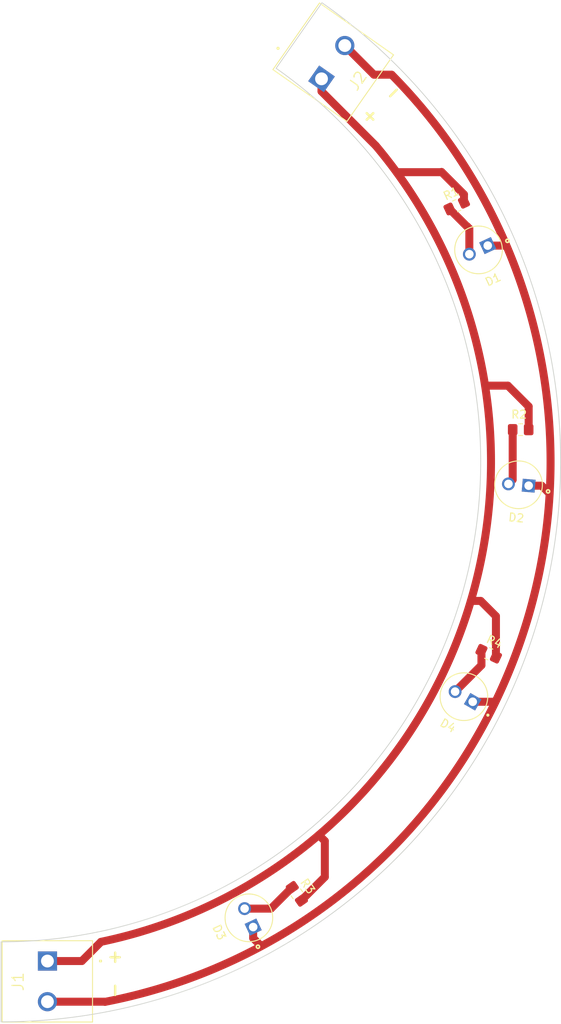
<source format=kicad_pcb>
(kicad_pcb (version 20221018) (generator pcbnew)
  (layers (0 "F.Cu" signal) (31 "B.Cu" signal) (34 "B.Paste" user) (35 "F.Paste" user) (36 "B.SilkS" user "B.Silkscreen") (37 "F.SilkS" user "F.Silkscreen") (38 "B.Mask" user) (39 "F.Mask" user) (44 "Edge.Cuts" user))
  (net 0 "")
  (net 1 "Net-(D1-PadA)")
  (net 2 "Net-(D2-PadA)")
  (net 3 "Net-(D3-PadA)")
  (net 4 "Net-(D4-PadA)")
  (net 5 "Net-(J1-Pad1)")
  (net 6 "GND")
  (footprint "camtrap-led:LEDRD254W55D595H900" (layer "F.Cu") (at 81 157 115)
    (fp_text reference "D3" (at -0.075 -4.135 115) (layer "F.SilkS"))
    (fp_text value "TSHG6400" hide)
    (fp_circle (center -3.75 -0.5) (end -3.65 -0.5) (stroke (width 0.2)) (fill none) (layer "F.SilkS"))
    (fp_circle (center 0 0) (end 2.98 0) (stroke (width 0.127)) (fill none) (layer "F.SilkS"))
    (pad "A" thru_hole circle (at 1.27 0 115) (size 1.61 1.61) (drill 1.07) (layers "*.Cu" "*.Mask") (net 3 "Net-(D3-PadA)"))
    (pad "C" thru_hole rect (at -1.27 0 115) (size 1.61 1.61) (drill 1.07) (layers "*.Cu" "*.Mask") (net 6 "GND"))
  )
  (footprint "camtrap-led:CUI_TB010-508-02BE" (layer "F.Cu") (at 55.8 162.4 -90)
    (fp_text reference "J1" (at 2.58 3.68 90) (layer "F.SilkS") (effects (font (size 1.4 1.4))))
    (fp_text value "TB010-508-02BE" hide)
    (fp_line (start -2.54 -5.64) (end 7.62 -5.64) (stroke (width 0.127)) (layer "F.SilkS"))
    (fp_line (start -2.54 5.66) (end -2.54 -5.64) (stroke (width 0.127)) (layer "F.SilkS"))
    (fp_line (start 7.62 -5.64) (end 7.62 5.66) (stroke (width 0.127)) (layer "F.SilkS"))
    (fp_line (start 7.62 5.66) (end -2.54 5.66) (stroke (width 0.127)) (layer "F.SilkS"))
    (fp_circle (center 0 -6.64) (end 0.1 -6.64) (stroke (width 0.2)) (fill none) (layer "F.SilkS"))
    (pad "1" thru_hole rect (at 0 0 270) (size 2.4 2.4) (drill 1.6) (layers "*.Cu" "*.Mask") (net 5 "Net-(J1-Pad1)"))
    (pad "2" thru_hole circle (at 5.08 0 270) (size 2.4 2.4) (drill 1.6) (layers "*.Cu" "*.Mask") (net 6 "GND"))
  )
  (footprint "camtrap-led:CUI_TB010-508-02BE" (layer "F.Cu") (at 90.086232 52.161292 55)
    (fp_text reference "J2" (at 2.393453 3.83438 55) (layer "F.SilkS") (effects (font (size 1.4 1.4))))
    (fp_text value "TB010-508-02BE" hide)
    (fp_line (start -2.54 -5.64) (end 7.62 -5.64) (stroke (width 0.127)) (layer "F.SilkS"))
    (fp_line (start -2.54 5.66) (end -2.54 -5.64) (stroke (width 0.127)) (layer "F.SilkS"))
    (fp_line (start 7.62 -5.64) (end 7.62 5.66) (stroke (width 0.127)) (layer "F.SilkS"))
    (fp_line (start 7.62 5.66) (end -2.54 5.66) (stroke (width 0.127)) (layer "F.SilkS"))
    (fp_circle (center 0 -6.64) (end 0.1 -6.64) (stroke (width 0.2)) (fill none) (layer "F.SilkS"))
    (pad "1" thru_hole rect (at 0 0 55) (size 2.4 2.4) (drill 1.6) (layers "*.Cu" "*.Mask") (net 5 "Net-(J1-Pad1)"))
    (pad "2" thru_hole circle (at 5.08 0 55) (size 2.4 2.4) (drill 1.6) (layers "*.Cu" "*.Mask") (net 6 "GND"))
  )
  (footprint "Resistor_SMD:R_0805_2012Metric_Pad1.20x1.40mm_HandSolder" (layer "F.Cu") (at 87 154 -55)
    (fp_text reference "R3" (at 0 -1.65 125) (layer "F.SilkS"))
    (fp_text value "R")
    (fp_line (start -0.227064 -0.735) (end 0.227064 -0.735) (stroke (width 0.12)) (layer "F.SilkS"))
    (fp_line (start -0.227064 0.735) (end 0.227064 0.735) (stroke (width 0.12)) (layer "F.SilkS"))
    (pad "1" smd roundrect (at -1 0 305) (size 1.2 1.4) (layers "F.Cu" "F.Paste" "F.Mask") (roundrect_rratio 0.2083333333) (net 3 "Net-(D3-PadA)"))
    (pad "2" smd roundrect (at 1 0 305) (size 1.2 1.4) (layers "F.Cu" "F.Paste" "F.Mask") (roundrect_rratio 0.2083333333) (net 5 "Net-(J1-Pad1)"))
  )
  (footprint "camtrap-led:LEDRD254W55D595H900" (layer "F.Cu") (at 114.734833 102.889312 175)
    (fp_text reference "D2" (at -0.075 -4.135 175) (layer "F.SilkS"))
    (fp_text value "TSHG6400" hide)
    (fp_circle (center -3.75 -0.5) (end -3.65 -0.5) (stroke (width 0.2)) (fill none) (layer "F.SilkS"))
    (fp_circle (center 0 0) (end 2.98 0) (stroke (width 0.127)) (fill none) (layer "F.SilkS"))
    (pad "A" thru_hole circle (at 1.27 0 175) (size 1.61 1.61) (drill 1.07) (layers "*.Cu" "*.Mask") (net 2 "Net-(D2-PadA)"))
    (pad "C" thru_hole rect (at -1.27 0 175) (size 1.61 1.61) (drill 1.07) (layers "*.Cu" "*.Mask") (net 6 "GND"))
  )
  (footprint "Resistor_SMD:R_0805_2012Metric_Pad1.20x1.40mm_HandSolder" (layer "F.Cu") (at 107 68 25)
    (fp_text reference "R1" (at 0 -1.65 25) (layer "F.SilkS"))
    (fp_text value "R")
    (fp_line (start -0.227064 -0.735) (end 0.227064 -0.735) (stroke (width 0.12)) (layer "F.SilkS"))
    (fp_line (start -0.227064 0.735) (end 0.227064 0.735) (stroke (width 0.12)) (layer "F.SilkS"))
    (pad "1" smd roundrect (at -1 0 25) (size 1.2 1.4) (layers "F.Cu" "F.Paste" "F.Mask") (roundrect_rratio 0.2083333333) (net 1 "Net-(D1-PadA)"))
    (pad "2" smd roundrect (at 1 0 25) (size 1.2 1.4) (layers "F.Cu" "F.Paste" "F.Mask") (roundrect_rratio 0.2083333333) (net 5 "Net-(J1-Pad1)"))
  )
  (footprint "camtrap-led:LEDRD254W55D595H900" (layer "F.Cu") (at 107.900148 129.365 150)
    (fp_text reference "D4" (at -0.075 -4.135 150) (layer "F.SilkS"))
    (fp_text value "TSHG6400" hide)
    (fp_circle (center -3.75 -0.5) (end -3.65 -0.5) (stroke (width 0.2)) (fill none) (layer "F.SilkS"))
    (fp_circle (center 0 0) (end 2.98 0) (stroke (width 0.127)) (fill none) (layer "F.SilkS"))
    (pad "A" thru_hole circle (at 1.27 0 150) (size 1.61 1.61) (drill 1.07) (layers "*.Cu" "*.Mask") (net 4 "Net-(D4-PadA)"))
    (pad "C" thru_hole rect (at -1.27 0 150) (size 1.61 1.61) (drill 1.07) (layers "*.Cu" "*.Mask") (net 6 "GND"))
  )
  (footprint "camtrap-led:LEDRD254W55D595H900" (layer "F.Cu") (at 109.73 73.536725 -155)
    (fp_text reference "D1" (at -0.075 -4.135 25) (layer "F.SilkS"))
    (fp_text value "TSHG6400" hide)
    (fp_circle (center -3.75 -0.5) (end -3.65 -0.5) (stroke (width 0.2)) (fill none) (layer "F.SilkS"))
    (fp_circle (center 0 0) (end 2.98 0) (stroke (width 0.127)) (fill none) (layer "F.SilkS"))
    (pad "A" thru_hole circle (at 1.27 0 205) (size 1.61 1.61) (drill 1.07) (layers "*.Cu" "*.Mask") (net 1 "Net-(D1-PadA)"))
    (pad "C" thru_hole rect (at -1.27 0 205) (size 1.61 1.61) (drill 1.07) (layers "*.Cu" "*.Mask") (net 6 "GND"))
  )
  (footprint "Resistor_SMD:R_0805_2012Metric_Pad1.20x1.40mm_HandSolder" (layer "F.Cu") (at 111 124 -25)
    (fp_text reference "R4" (at 0 -1.65 155) (layer "F.SilkS"))
    (fp_text value "R")
    (fp_line (start -0.227064 -0.735) (end 0.227064 -0.735) (stroke (width 0.12)) (layer "F.SilkS"))
    (fp_line (start -0.227064 0.735) (end 0.227064 0.735) (stroke (width 0.12)) (layer "F.SilkS"))
    (pad "1" smd roundrect (at -1 0 335) (size 1.2 1.4) (layers "F.Cu" "F.Paste" "F.Mask") (roundrect_rratio 0.2083333333) (net 4 "Net-(D4-PadA)"))
    (pad "2" smd roundrect (at 1 0 335) (size 1.2 1.4) (layers "F.Cu" "F.Paste" "F.Mask") (roundrect_rratio 0.2083333333) (net 5 "Net-(J1-Pad1)"))
  )
  (footprint "Resistor_SMD:R_0805_2012Metric_Pad1.20x1.40mm_HandSolder" (layer "F.Cu") (at 115 96)
    (fp_text reference "R2" (at -0.2 -1.9) (layer "F.SilkS"))
    (fp_text value "R")
    (fp_line (start -0.227064 -0.735) (end 0.227064 -0.735) (stroke (width 0.12)) (layer "F.SilkS"))
    (fp_line (start -0.227064 0.735) (end 0.227064 0.735) (stroke (width 0.12)) (layer "F.SilkS"))
    (pad "1" smd roundrect (at -1 0) (size 1.2 1.4) (layers "F.Cu" "F.Paste" "F.Mask") (roundrect_rratio 0.2083333333) (net 2 "Net-(D2-PadA)"))
    (pad "2" smd roundrect (at 1 0) (size 1.2 1.4) (layers "F.Cu" "F.Paste" "F.Mask") (roundrect_rratio 0.2083333333) (net 5 "Net-(J1-Pad1)"))
  )
  (gr_arc (start 84.407741 50.846085) (mid 107.224273 118.038363) (end 50 160) (stroke (width 0.1)) (layer "Edge.Cuts"))
  (gr_line (start 50 160) (end 50 170) (stroke (width 0.1)) (layer "Edge.Cuts"))
  (gr_arc (start 90.142364 42.653766) (mid 116.761652 121.044757) (end 50 170) (stroke (width 0.1)) (layer "Edge.Cuts"))
  (gr_line (start 84.407741 50.846085) (end 90.142364 42.653766) (stroke (width 0.1)) (layer "Edge.Cuts"))
  (gr_text "+  -" (at 63.5 160.8 -90) (layer "F.SilkS") (effects (font (size 1.5 1.5) (thickness 0.3) bold) (justify left bottom)))
  (gr_text "+  -" (at 95.9 58.2 45) (layer "F.SilkS") (effects (font (size 1.5 1.5) (thickness 0.3) bold) (justify left bottom)))
  (segment (start 106.093692 68.422618) (end 108.271074 70.6) (width 1) (layer "F.Cu") (net 1))
  (segment (start 108.271074 70.6) (end 108.3 70.6) (width 1) (layer "F.Cu") (net 1))
  (segment (start 108.3 70.6) (end 108.578989 70.878989) (width 1) (layer "F.Cu") (net 1))
  (segment (start 108.578989 70.878989) (end 108.578989 74.07345) (width 1) (layer "F.Cu") (net 1))
  (segment (start 114 96) (end 114 102.24829) (width 1) (layer "F.Cu") (net 2))
  (segment (start 114 102.24829) (end 113.469666 102.778624) (width 1) (layer "F.Cu") (net 2))
  (segment (start 83.758283 155.848989) (end 86.426424 153.180848) (width 1) (layer "F.Cu") (net 3))
  (segment (start 80.463275 155.848989) (end 83.758283 155.848989) (width 1) (layer "F.Cu") (net 3))
  (segment (start 110.093692 125.436604) (end 106.800296 128.73) (width 1) (layer "F.Cu") (net 4))
  (segment (start 110.093692 123.577382) (end 110.093692 125.436604) (width 1) (layer "F.Cu") (net 4))
  (segment (start 116 96) (end 116 93.1) (width 1) (layer "F.Cu") (net 5))
  (segment (start 105.1 63.8) (end 105.074087 63.825913) (width 1) (layer "F.Cu") (net 5))
  (segment (start 60.1 162.4) (end 62.5 160) (width 1) (layer "F.Cu") (net 5))
  (segment (start 90.5 147.4) (end 89.749797 146.649797) (width 1) (layer "F.Cu") (net 5))
  (segment (start 87.573576 154.819152) (end 90.5 151.892728) (width 1) (layer "F.Cu") (net 5))
  (segment (start 55.8 162.4) (end 60.1 162.4) (width 1) (layer "F.Cu") (net 5))
  (segment (start 107.906308 66.606308) (end 105.1 63.8) (width 1) (layer "F.Cu") (net 5))
  (segment (start 90.5 151.892728) (end 90.5 147.4) (width 1) (layer "F.Cu") (net 5))
  (segment (start 110 117.4) (end 108.766401 117.4) (width 1) (layer "F.Cu") (net 5))
  (segment (start 111.906308 119.306308) (end 110 117.4) (width 1) (layer "F.Cu") (net 5))
  (segment (start 105.074087 63.825913) (end 99.474087 63.825913) (width 1) (layer "F.Cu") (net 5))
  (segment (start 111.906308 124.422618) (end 111.906308 119.306308) (width 1) (layer "F.Cu") (net 5))
  (segment (start 90.086232 52.161292) (end 90.086232 53.728206) (width 1) (layer "F.Cu") (net 5))
  (segment (start 113.4 90.5) (end 110.547501 90.5) (width 1) (layer "F.Cu") (net 5))
  (segment (start 116 93.1) (end 113.4 90.5) (width 1) (layer "F.Cu") (net 5))
  (segment (start 90.086232 53.728206) (end 96.880071 60.522045) (width 1) (layer "F.Cu") (net 5))
  (segment (start 107.906308 67.577382) (end 107.906308 66.606308) (width 1) (layer "F.Cu") (net 5))
  (arc (start 96.880071 60.522045) (mid 107.926368 120.019638) (end 62.5 160) (width 0.15) (layer "F.Cu") (net 5))
  (arc (start 96.880071 60.522045) (mid 107.926368 120.019638) (end 62.5 160) (width 1) (layer "F.Cu") (net 5))
  (segment (start 96.643061 51.643061) (end 98.855464 51.643061) (width 1) (layer "F.Cu") (net 6))
  (segment (start 109 130) (end 111.795968 130) (width 1) (layer "F.Cu") (net 6))
  (segment (start 62.980001 167.48) (end 55.8 167.48) (width 1) (layer "F.Cu") (net 6))
  (segment (start 117.623974 103) (end 118.623974 104) (width 1) (layer "F.Cu") (net 6))
  (segment (start 81.536725 158.151011) (end 81.536725 159.536725) (width 1) (layer "F.Cu") (net 6))
  (segment (start 81.536725 159.536725) (end 82.37148 160.37148) (width 1) (layer "F.Cu") (net 6))
  (segment (start 116 103) (end 117.623974 103) (width 1) (layer "F.Cu") (net 6))
  (segment (start 63 167.499999) (end 62.980001 167.48) (width 1) (layer "F.Cu") (net 6))
  (segment (start 93 48) (end 96.643061 51.643061) (width 1) (layer "F.Cu") (net 6))
  (segment (start 110.881011 73) (end 113 73) (width 1) (layer "F.Cu") (net 6))
  (arc (start 98.855464 51.643061) (mid 115.667588 120.322838) (end 63 167.499999) (width 1) (layer "F.Cu") (net 6))
)
</source>
